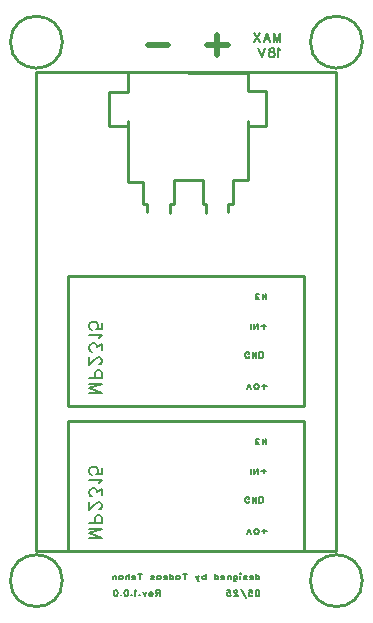
<source format=gbo>
G04 Layer: BottomSilkscreenLayer*
G04 EasyEDA Pro v2.2.36.7, 2025-07-16 21:13:32*
G04 Gerber Generator version 0.3*
G04 Scale: 100 percent, Rotated: No, Reflected: No*
G04 Dimensions in millimeters*
G04 Leading zeros omitted, absolute positions, 4 integers and 5 decimals*
%FSLAX45Y45*%
%MOMM*%
%ADD10C,0.1524*%
%ADD11C,0.508*%
%ADD12C,0.2032*%
%ADD13C,0.254*%
G75*


G04 Text Start*
G54D10*
G01X590804Y-2455164D02*
G01X590804Y-2503678D01*
G01X590804Y-2478278D02*
G01X595376Y-2473706D01*
G01X599948Y-2471420D01*
G01X607060Y-2471420D01*
G01X611632Y-2473706D01*
G01X616204Y-2478278D01*
G01X618490Y-2485136D01*
G01X618490Y-2489708D01*
G01X616204Y-2496566D01*
G01X611632Y-2501392D01*
G01X607060Y-2503678D01*
G01X599948Y-2503678D01*
G01X595376Y-2501392D01*
G01X590804Y-2496566D01*
G01X564388Y-2485136D02*
G01X536956Y-2485136D01*
G01X536956Y-2480564D01*
G01X539242Y-2475992D01*
G01X541528Y-2473706D01*
G01X546100Y-2471420D01*
G01X552958Y-2471420D01*
G01X557530Y-2473706D01*
G01X562102Y-2478278D01*
G01X564388Y-2485136D01*
G01X564388Y-2489708D01*
G01X562102Y-2496566D01*
G01X557530Y-2501392D01*
G01X552958Y-2503678D01*
G01X546100Y-2503678D01*
G01X541528Y-2501392D01*
G01X536956Y-2496566D01*
G01X485394Y-2478278D02*
G01X487680Y-2473706D01*
G01X494538Y-2471420D01*
G01X501396Y-2471420D01*
G01X508254Y-2473706D01*
G01X510540Y-2478278D01*
G01X508254Y-2482850D01*
G01X503682Y-2485136D01*
G01X492252Y-2487422D01*
G01X487680Y-2489708D01*
G01X485394Y-2494280D01*
G01X485394Y-2496566D01*
G01X487680Y-2501392D01*
G01X494538Y-2503678D01*
G01X501396Y-2503678D01*
G01X508254Y-2501392D01*
G01X510540Y-2496566D01*
G01X458978Y-2455164D02*
G01X456692Y-2457450D01*
G01X454406Y-2455164D01*
G01X456692Y-2452878D01*
G01X458978Y-2455164D01*
G01X456692Y-2471420D02*
G01X456692Y-2503678D01*
G01X400558Y-2471420D02*
G01X400558Y-2508250D01*
G01X402844Y-2515108D01*
G01X405130Y-2517394D01*
G01X409702Y-2519680D01*
G01X416560Y-2519680D01*
G01X421132Y-2517394D01*
G01X400558Y-2478278D02*
G01X405130Y-2473706D01*
G01X409702Y-2471420D01*
G01X416560Y-2471420D01*
G01X421132Y-2473706D01*
G01X425704Y-2478278D01*
G01X427990Y-2485136D01*
G01X427990Y-2489708D01*
G01X425704Y-2496566D01*
G01X421132Y-2501392D01*
G01X416560Y-2503678D01*
G01X409702Y-2503678D01*
G01X405130Y-2501392D01*
G01X400558Y-2496566D01*
G01X374142Y-2471420D02*
G01X374142Y-2503678D01*
G01X374142Y-2480564D02*
G01X367284Y-2473706D01*
G01X362712Y-2471420D01*
G01X355854Y-2471420D01*
G01X351282Y-2473706D01*
G01X348996Y-2480564D01*
G01X348996Y-2503678D01*
G01X322580Y-2485136D02*
G01X295148Y-2485136D01*
G01X295148Y-2480564D01*
G01X297434Y-2475992D01*
G01X299720Y-2473706D01*
G01X304292Y-2471420D01*
G01X311150Y-2471420D01*
G01X315722Y-2473706D01*
G01X320294Y-2478278D01*
G01X322580Y-2485136D01*
G01X322580Y-2489708D01*
G01X320294Y-2496566D01*
G01X315722Y-2501392D01*
G01X311150Y-2503678D01*
G01X304292Y-2503678D01*
G01X299720Y-2501392D01*
G01X295148Y-2496566D01*
G01X241300Y-2455164D02*
G01X241300Y-2503678D01*
G01X241300Y-2478278D02*
G01X245872Y-2473706D01*
G01X250444Y-2471420D01*
G01X257302Y-2471420D01*
G01X261874Y-2473706D01*
G01X266446Y-2478278D01*
G01X268732Y-2485136D01*
G01X268732Y-2489708D01*
G01X266446Y-2496566D01*
G01X261874Y-2501392D01*
G01X257302Y-2503678D01*
G01X250444Y-2503678D01*
G01X245872Y-2501392D01*
G01X241300Y-2496566D01*
G01X163322Y-2455164D02*
G01X163322Y-2503678D01*
G01X163322Y-2478278D02*
G01X158750Y-2473706D01*
G01X154178Y-2471420D01*
G01X147320Y-2471420D01*
G01X142748Y-2473706D01*
G01X138176Y-2478278D01*
G01X135890Y-2485136D01*
G01X135890Y-2489708D01*
G01X138176Y-2496566D01*
G01X142748Y-2501392D01*
G01X147320Y-2503678D01*
G01X154178Y-2503678D01*
G01X158750Y-2501392D01*
G01X163322Y-2496566D01*
G01X107188Y-2471420D02*
G01X93472Y-2503678D01*
G01X79756Y-2471420D02*
G01X93472Y-2503678D01*
G01X98044Y-2512822D01*
G01X102616Y-2517394D01*
G01X107188Y-2519680D01*
G01X109474Y-2519680D01*
G01X-14224Y-2455164D02*
G01X-14224Y-2503678D01*
G01X1778Y-2455164D02*
G01X-30226Y-2455164D01*
G01X-84074Y-2471420D02*
G01X-84074Y-2503678D01*
G01X-84074Y-2478278D02*
G01X-79502Y-2473706D01*
G01X-74930Y-2471420D01*
G01X-68072Y-2471420D01*
G01X-63500Y-2473706D01*
G01X-58928Y-2478278D01*
G01X-56642Y-2485136D01*
G01X-56642Y-2489708D01*
G01X-58928Y-2496566D01*
G01X-63500Y-2501392D01*
G01X-68072Y-2503678D01*
G01X-74930Y-2503678D01*
G01X-79502Y-2501392D01*
G01X-84074Y-2496566D01*
G01X-137922Y-2455164D02*
G01X-137922Y-2503678D01*
G01X-137922Y-2478278D02*
G01X-133350Y-2473706D01*
G01X-128778Y-2471420D01*
G01X-121920Y-2471420D01*
G01X-117348Y-2473706D01*
G01X-112776Y-2478278D01*
G01X-110490Y-2485136D01*
G01X-110490Y-2489708D01*
G01X-112776Y-2496566D01*
G01X-117348Y-2501392D01*
G01X-121920Y-2503678D01*
G01X-128778Y-2503678D01*
G01X-133350Y-2501392D01*
G01X-137922Y-2496566D01*
G01X-164338Y-2485136D02*
G01X-191770Y-2485136D01*
G01X-191770Y-2480564D01*
G01X-189484Y-2475992D01*
G01X-187198Y-2473706D01*
G01X-182626Y-2471420D01*
G01X-175768Y-2471420D01*
G01X-171196Y-2473706D01*
G01X-166624Y-2478278D01*
G01X-164338Y-2485136D01*
G01X-164338Y-2489708D01*
G01X-166624Y-2496566D01*
G01X-171196Y-2501392D01*
G01X-175768Y-2503678D01*
G01X-182626Y-2503678D01*
G01X-187198Y-2501392D01*
G01X-191770Y-2496566D01*
G01X-245618Y-2471420D02*
G01X-245618Y-2503678D01*
G01X-245618Y-2478278D02*
G01X-241046Y-2473706D01*
G01X-236474Y-2471420D01*
G01X-229616Y-2471420D01*
G01X-225044Y-2473706D01*
G01X-220472Y-2478278D01*
G01X-218186Y-2485136D01*
G01X-218186Y-2489708D01*
G01X-220472Y-2496566D01*
G01X-225044Y-2501392D01*
G01X-229616Y-2503678D01*
G01X-236474Y-2503678D01*
G01X-241046Y-2501392D01*
G01X-245618Y-2496566D01*
G01X-297180Y-2478278D02*
G01X-294894Y-2473706D01*
G01X-288036Y-2471420D01*
G01X-281178Y-2471420D01*
G01X-274320Y-2473706D01*
G01X-272034Y-2478278D01*
G01X-274320Y-2482850D01*
G01X-278892Y-2485136D01*
G01X-290322Y-2487422D01*
G01X-294894Y-2489708D01*
G01X-297180Y-2494280D01*
G01X-297180Y-2496566D01*
G01X-294894Y-2501392D01*
G01X-288036Y-2503678D01*
G01X-281178Y-2503678D01*
G01X-274320Y-2501392D01*
G01X-272034Y-2496566D01*
G01X-391160Y-2455164D02*
G01X-391160Y-2503678D01*
G01X-375158Y-2455164D02*
G01X-407162Y-2455164D01*
G01X-433578Y-2485136D02*
G01X-461010Y-2485136D01*
G01X-461010Y-2480564D01*
G01X-458724Y-2475992D01*
G01X-456438Y-2473706D01*
G01X-451866Y-2471420D01*
G01X-445008Y-2471420D01*
G01X-440436Y-2473706D01*
G01X-435864Y-2478278D01*
G01X-433578Y-2485136D01*
G01X-433578Y-2489708D01*
G01X-435864Y-2496566D01*
G01X-440436Y-2501392D01*
G01X-445008Y-2503678D01*
G01X-451866Y-2503678D01*
G01X-456438Y-2501392D01*
G01X-461010Y-2496566D01*
G01X-487426Y-2455164D02*
G01X-487426Y-2503678D01*
G01X-487426Y-2480564D02*
G01X-494284Y-2473706D01*
G01X-498856Y-2471420D01*
G01X-505714Y-2471420D01*
G01X-510286Y-2473706D01*
G01X-512572Y-2480564D01*
G01X-512572Y-2503678D01*
G01X-566420Y-2471420D02*
G01X-566420Y-2503678D01*
G01X-566420Y-2478278D02*
G01X-561848Y-2473706D01*
G01X-557276Y-2471420D01*
G01X-550418Y-2471420D01*
G01X-545846Y-2473706D01*
G01X-541274Y-2478278D01*
G01X-538988Y-2485136D01*
G01X-538988Y-2489708D01*
G01X-541274Y-2496566D01*
G01X-545846Y-2501392D01*
G01X-550418Y-2503678D01*
G01X-557276Y-2503678D01*
G01X-561848Y-2501392D01*
G01X-566420Y-2496566D01*
G01X-592836Y-2471420D02*
G01X-592836Y-2503678D01*
G01X-592836Y-2480564D02*
G01X-599694Y-2473706D01*
G01X-604266Y-2471420D01*
G01X-611124Y-2471420D01*
G01X-615696Y-2473706D01*
G01X-617982Y-2480564D01*
G01X-617982Y-2503678D01*
G01X604520Y-2594864D02*
G01X611378Y-2597150D01*
G01X615950Y-2604262D01*
G01X618236Y-2615692D01*
G01X618236Y-2622550D01*
G01X615950Y-2633980D01*
G01X611378Y-2641092D01*
G01X604520Y-2643378D01*
G01X599694Y-2643378D01*
G01X592836Y-2641092D01*
G01X588264Y-2633980D01*
G01X585978Y-2622550D01*
G01X585978Y-2615692D01*
G01X588264Y-2604262D01*
G01X592836Y-2597150D01*
G01X599694Y-2594864D01*
G01X604520Y-2594864D01*
G01X532130Y-2594864D02*
G01X554990Y-2594864D01*
G01X557276Y-2615692D01*
G01X554990Y-2613406D01*
G01X548132Y-2611120D01*
G01X541274Y-2611120D01*
G01X534416Y-2613406D01*
G01X529844Y-2617978D01*
G01X527558Y-2624836D01*
G01X527558Y-2629408D01*
G01X529844Y-2636266D01*
G01X534416Y-2641092D01*
G01X541274Y-2643378D01*
G01X548132Y-2643378D01*
G01X554990Y-2641092D01*
G01X557276Y-2638552D01*
G01X559562Y-2633980D01*
G01X459740Y-2585720D02*
G01X501142Y-2659380D01*
G01X431038Y-2606548D02*
G01X431038Y-2604262D01*
G01X428752Y-2599436D01*
G01X426466Y-2597150D01*
G01X421894Y-2594864D01*
G01X412750Y-2594864D01*
G01X408178Y-2597150D01*
G01X405892Y-2599436D01*
G01X403606Y-2604262D01*
G01X403606Y-2608834D01*
G01X405892Y-2613406D01*
G01X410464Y-2620264D01*
G01X433324Y-2643378D01*
G01X401320Y-2643378D01*
G01X347472Y-2594864D02*
G01X370332Y-2594864D01*
G01X372618Y-2615692D01*
G01X370332Y-2613406D01*
G01X363474Y-2611120D01*
G01X356616Y-2611120D01*
G01X349758Y-2613406D01*
G01X345186Y-2617978D01*
G01X342900Y-2624836D01*
G01X342900Y-2629408D01*
G01X345186Y-2636266D01*
G01X349758Y-2641092D01*
G01X356616Y-2643378D01*
G01X363474Y-2643378D01*
G01X370332Y-2641092D01*
G01X372618Y-2638552D01*
G01X374904Y-2633980D01*
G01X-226314Y-2594864D02*
G01X-226314Y-2643378D01*
G01X-226314Y-2594864D02*
G01X-247142Y-2594864D01*
G01X-254000Y-2597150D01*
G01X-256286Y-2599436D01*
G01X-258572Y-2604262D01*
G01X-258572Y-2608834D01*
G01X-256286Y-2613406D01*
G01X-254000Y-2615692D01*
G01X-247142Y-2617978D01*
G01X-226314Y-2617978D01*
G01X-242316Y-2617978D02*
G01X-258572Y-2643378D01*
G01X-284988Y-2624836D02*
G01X-312420Y-2624836D01*
G01X-312420Y-2620264D01*
G01X-310134Y-2615692D01*
G01X-307848Y-2613406D01*
G01X-303276Y-2611120D01*
G01X-296418Y-2611120D01*
G01X-291846Y-2613406D01*
G01X-287274Y-2617978D01*
G01X-284988Y-2624836D01*
G01X-284988Y-2629408D01*
G01X-287274Y-2636266D01*
G01X-291846Y-2641092D01*
G01X-296418Y-2643378D01*
G01X-303276Y-2643378D01*
G01X-307848Y-2641092D01*
G01X-312420Y-2636266D01*
G01X-338836Y-2611120D02*
G01X-352552Y-2643378D01*
G01X-366268Y-2611120D02*
G01X-352552Y-2643378D01*
G01X-394970Y-2631694D02*
G01X-392684Y-2633980D01*
G01X-394970Y-2636266D01*
G01X-397256Y-2633980D01*
G01X-394970Y-2631694D01*
G01X-423672Y-2604262D02*
G01X-428244Y-2601722D01*
G01X-435102Y-2594864D01*
G01X-435102Y-2643378D01*
G01X-463804Y-2631694D02*
G01X-461518Y-2633980D01*
G01X-463804Y-2636266D01*
G01X-466090Y-2633980D01*
G01X-463804Y-2631694D01*
G01X-506222Y-2594864D02*
G01X-499364Y-2597150D01*
G01X-494792Y-2604262D01*
G01X-492506Y-2615692D01*
G01X-492506Y-2622550D01*
G01X-494792Y-2633980D01*
G01X-499364Y-2641092D01*
G01X-506222Y-2643378D01*
G01X-510794Y-2643378D01*
G01X-517652Y-2641092D01*
G01X-522224Y-2633980D01*
G01X-524510Y-2622550D01*
G01X-524510Y-2615692D01*
G01X-522224Y-2604262D01*
G01X-517652Y-2597150D01*
G01X-510794Y-2594864D01*
G01X-506222Y-2594864D01*
G01X-553212Y-2631694D02*
G01X-550926Y-2633980D01*
G01X-553212Y-2636266D01*
G01X-555498Y-2633980D01*
G01X-553212Y-2631694D01*
G01X-595630Y-2594864D02*
G01X-588772Y-2597150D01*
G01X-584200Y-2604262D01*
G01X-581914Y-2615692D01*
G01X-581914Y-2622550D01*
G01X-584200Y-2633980D01*
G01X-588772Y-2641092D01*
G01X-595630Y-2643378D01*
G01X-600202Y-2643378D01*
G01X-607060Y-2641092D01*
G01X-611632Y-2633980D01*
G01X-613918Y-2622550D01*
G01X-613918Y-2615692D01*
G01X-611632Y-2604262D01*
G01X-607060Y-2597150D01*
G01X-600202Y-2594864D01*
G01X-595630Y-2594864D01*
G54D11*
G01X262636Y2104898D02*
G01X262636Y1933448D01*
G01X348488Y2019300D02*
G01X177038Y2019300D01*
G01X-156210Y2019300D02*
G01X-327660Y2019300D01*
G54D10*
G01X796925Y2120138D02*
G01X796925Y2046732D01*
G01X796925Y2120138D02*
G01X768985Y2046732D01*
G01X741045Y2120138D02*
G01X768985Y2046732D01*
G01X741045Y2120138D02*
G01X741045Y2046732D01*
G01X681101Y2120138D02*
G01X709041Y2046732D01*
G01X681101Y2120138D02*
G01X653161Y2046732D01*
G01X698627Y2071116D02*
G01X663575Y2071116D01*
G01X621157Y2120138D02*
G01X572135Y2046732D01*
G01X572135Y2120138D02*
G01X621157Y2046732D01*
G01X796925Y1979168D02*
G01X789813Y1982724D01*
G01X779399Y1993138D01*
G01X779399Y1919732D01*
G01X729869Y1993138D02*
G01X740283Y1989582D01*
G01X743839Y1982724D01*
G01X743839Y1975612D01*
G01X740283Y1968754D01*
G01X733425Y1965198D01*
G01X719455Y1961642D01*
G01X709041Y1958086D01*
G01X701929Y1951228D01*
G01X698373Y1944116D01*
G01X698373Y1933702D01*
G01X701929Y1926844D01*
G01X705485Y1923288D01*
G01X715899Y1919732D01*
G01X729869Y1919732D01*
G01X740283Y1923288D01*
G01X743839Y1926844D01*
G01X747395Y1933702D01*
G01X747395Y1944116D01*
G01X743839Y1951228D01*
G01X736981Y1958086D01*
G01X726313Y1961642D01*
G01X712343Y1965198D01*
G01X705485Y1968754D01*
G01X701929Y1975612D01*
G01X701929Y1982724D01*
G01X705485Y1989582D01*
G01X715899Y1993138D01*
G01X729869Y1993138D01*
G01X666369Y1993138D02*
G01X638429Y1919732D01*
G01X610489Y1993138D02*
G01X638429Y1919732D01*
G01X512318Y-894654D02*
G01X530860Y-846140D01*
G01X549148Y-894654D02*
G01X530860Y-846140D01*
G01X589280Y-894654D02*
G01X584708Y-892368D01*
G01X580136Y-887796D01*
G01X577850Y-882970D01*
G01X575564Y-876112D01*
G01X575564Y-864682D01*
G01X577850Y-857824D01*
G01X580136Y-853252D01*
G01X584708Y-848426D01*
G01X589280Y-846140D01*
G01X598424Y-846140D01*
G01X602996Y-848426D01*
G01X607568Y-853252D01*
G01X609854Y-857824D01*
G01X612394Y-864682D01*
G01X612394Y-876112D01*
G01X609854Y-882970D01*
G01X607568Y-887796D01*
G01X602996Y-892368D01*
G01X598424Y-894654D01*
G01X589280Y-894654D01*
G01X659384Y-887796D02*
G01X659384Y-846140D01*
G01X638810Y-866968D02*
G01X680212Y-866968D01*
G01X534162Y-616270D02*
G01X531876Y-621096D01*
G01X527304Y-625668D01*
G01X522732Y-627954D01*
G01X513334Y-627954D01*
G01X508762Y-625668D01*
G01X504190Y-621096D01*
G01X501904Y-616270D01*
G01X499618Y-609412D01*
G01X499618Y-597982D01*
G01X501904Y-591124D01*
G01X504190Y-586552D01*
G01X508762Y-581726D01*
G01X513334Y-579440D01*
G01X522732Y-579440D01*
G01X527304Y-581726D01*
G01X531876Y-586552D01*
G01X534162Y-591124D01*
G01X534162Y-597982D01*
G01X522732Y-597982D02*
G01X534162Y-597982D01*
G01X560578Y-627954D02*
G01X560578Y-579440D01*
G01X560578Y-627954D02*
G01X592582Y-579440D01*
G01X592582Y-627954D02*
G01X592582Y-579440D01*
G01X618998Y-627954D02*
G01X618998Y-579440D01*
G01X618998Y-627954D02*
G01X635000Y-627954D01*
G01X641858Y-625668D01*
G01X646430Y-621096D01*
G01X648716Y-616270D01*
G01X651002Y-609412D01*
G01X651002Y-597982D01*
G01X648716Y-591124D01*
G01X646430Y-586552D01*
G01X641858Y-581726D01*
G01X635000Y-579440D01*
G01X618998Y-579440D01*
G01X550418Y-386654D02*
G01X550418Y-338140D01*
G01X576834Y-386654D02*
G01X576834Y-338140D01*
G01X576834Y-386654D02*
G01X608838Y-338140D01*
G01X608838Y-386654D02*
G01X608838Y-338140D01*
G01X655828Y-379796D02*
G01X655828Y-338140D01*
G01X635254Y-358968D02*
G01X676656Y-358968D01*
G01X588518Y-132654D02*
G01X588518Y-84140D01*
G01X588518Y-132654D02*
G01X618490Y-132654D01*
G01X588518Y-109540D02*
G01X607060Y-109540D01*
G01X588518Y-84140D02*
G01X618490Y-84140D01*
G01X644906Y-132654D02*
G01X644906Y-84140D01*
G01X644906Y-132654D02*
G01X676910Y-84140D01*
G01X676910Y-132654D02*
G01X676910Y-84140D01*
G54D12*
G01X-717042Y-926658D02*
G01X-821690Y-926658D01*
G01X-717042Y-926658D02*
G01X-821690Y-886780D01*
G01X-717042Y-846902D02*
G01X-821690Y-886780D01*
G01X-717042Y-846902D02*
G01X-821690Y-846902D01*
G01X-717042Y-802706D02*
G01X-821690Y-802706D01*
G01X-717042Y-802706D02*
G01X-717042Y-757748D01*
G01X-722122Y-742762D01*
G01X-726948Y-737682D01*
G01X-737108Y-732856D01*
G01X-751840Y-732856D01*
G01X-762000Y-737682D01*
G01X-766826Y-742762D01*
G01X-771906Y-757748D01*
G01X-771906Y-802706D01*
G01X-741934Y-683580D02*
G01X-737108Y-683580D01*
G01X-726948Y-678500D01*
G01X-722122Y-673674D01*
G01X-717042Y-663514D01*
G01X-717042Y-643702D01*
G01X-722122Y-633796D01*
G01X-726948Y-628716D01*
G01X-737108Y-623636D01*
G01X-747014Y-623636D01*
G01X-756920Y-628716D01*
G01X-771906Y-638622D01*
G01X-821690Y-688660D01*
G01X-821690Y-618810D01*
G01X-717042Y-564454D02*
G01X-717042Y-509590D01*
G01X-756920Y-539562D01*
G01X-756920Y-524576D01*
G01X-762000Y-514670D01*
G01X-766826Y-509590D01*
G01X-781812Y-504764D01*
G01X-791972Y-504764D01*
G01X-806958Y-509590D01*
G01X-816864Y-519750D01*
G01X-821690Y-534736D01*
G01X-821690Y-549468D01*
G01X-816864Y-564454D01*
G01X-811784Y-569534D01*
G01X-801878Y-574614D01*
G01X-737108Y-460568D02*
G01X-732028Y-450408D01*
G01X-717042Y-435422D01*
G01X-821690Y-435422D01*
G01X-717042Y-331282D02*
G01X-717042Y-381066D01*
G01X-762000Y-386146D01*
G01X-756920Y-381066D01*
G01X-751840Y-366080D01*
G01X-751840Y-351348D01*
G01X-756920Y-336362D01*
G01X-766826Y-326202D01*
G01X-781812Y-321376D01*
G01X-791972Y-321376D01*
G01X-806958Y-326202D01*
G01X-816864Y-336362D01*
G01X-821690Y-351348D01*
G01X-821690Y-366080D01*
G01X-816864Y-381066D01*
G01X-811784Y-386146D01*
G01X-801878Y-391226D01*
G54D10*
G01X512318Y-2121728D02*
G01X530860Y-2073214D01*
G01X549148Y-2121728D02*
G01X530860Y-2073214D01*
G01X589280Y-2121728D02*
G01X584708Y-2119442D01*
G01X580136Y-2114870D01*
G01X577850Y-2110044D01*
G01X575564Y-2103186D01*
G01X575564Y-2091756D01*
G01X577850Y-2084898D01*
G01X580136Y-2080326D01*
G01X584708Y-2075500D01*
G01X589280Y-2073214D01*
G01X598424Y-2073214D01*
G01X602996Y-2075500D01*
G01X607568Y-2080326D01*
G01X609854Y-2084898D01*
G01X612394Y-2091756D01*
G01X612394Y-2103186D01*
G01X609854Y-2110044D01*
G01X607568Y-2114870D01*
G01X602996Y-2119442D01*
G01X598424Y-2121728D01*
G01X589280Y-2121728D01*
G01X659384Y-2114870D02*
G01X659384Y-2073214D01*
G01X638810Y-2094042D02*
G01X680212Y-2094042D01*
G01X534162Y-1843344D02*
G01X531876Y-1848170D01*
G01X527304Y-1852742D01*
G01X522732Y-1855028D01*
G01X513334Y-1855028D01*
G01X508762Y-1852742D01*
G01X504190Y-1848170D01*
G01X501904Y-1843344D01*
G01X499618Y-1836486D01*
G01X499618Y-1825056D01*
G01X501904Y-1818198D01*
G01X504190Y-1813626D01*
G01X508762Y-1808800D01*
G01X513334Y-1806514D01*
G01X522732Y-1806514D01*
G01X527304Y-1808800D01*
G01X531876Y-1813626D01*
G01X534162Y-1818198D01*
G01X534162Y-1825056D01*
G01X522732Y-1825056D02*
G01X534162Y-1825056D01*
G01X560578Y-1855028D02*
G01X560578Y-1806514D01*
G01X560578Y-1855028D02*
G01X592582Y-1806514D01*
G01X592582Y-1855028D02*
G01X592582Y-1806514D01*
G01X618998Y-1855028D02*
G01X618998Y-1806514D01*
G01X618998Y-1855028D02*
G01X635000Y-1855028D01*
G01X641858Y-1852742D01*
G01X646430Y-1848170D01*
G01X648716Y-1843344D01*
G01X651002Y-1836486D01*
G01X651002Y-1825056D01*
G01X648716Y-1818198D01*
G01X646430Y-1813626D01*
G01X641858Y-1808800D01*
G01X635000Y-1806514D01*
G01X618998Y-1806514D01*
G01X550418Y-1613728D02*
G01X550418Y-1565214D01*
G01X576834Y-1613728D02*
G01X576834Y-1565214D01*
G01X576834Y-1613728D02*
G01X608838Y-1565214D01*
G01X608838Y-1613728D02*
G01X608838Y-1565214D01*
G01X655828Y-1606870D02*
G01X655828Y-1565214D01*
G01X635254Y-1586042D02*
G01X676656Y-1586042D01*
G01X588518Y-1359728D02*
G01X588518Y-1311214D01*
G01X588518Y-1359728D02*
G01X618490Y-1359728D01*
G01X588518Y-1336614D02*
G01X607060Y-1336614D01*
G01X588518Y-1311214D02*
G01X618490Y-1311214D01*
G01X644906Y-1359728D02*
G01X644906Y-1311214D01*
G01X644906Y-1359728D02*
G01X676910Y-1311214D01*
G01X676910Y-1359728D02*
G01X676910Y-1311214D01*
G54D12*
G01X-717042Y-2153732D02*
G01X-821690Y-2153732D01*
G01X-717042Y-2153732D02*
G01X-821690Y-2113854D01*
G01X-717042Y-2073976D02*
G01X-821690Y-2113854D01*
G01X-717042Y-2073976D02*
G01X-821690Y-2073976D01*
G01X-717042Y-2029780D02*
G01X-821690Y-2029780D01*
G01X-717042Y-2029780D02*
G01X-717042Y-1984822D01*
G01X-722122Y-1969836D01*
G01X-726948Y-1964756D01*
G01X-737108Y-1959930D01*
G01X-751840Y-1959930D01*
G01X-762000Y-1964756D01*
G01X-766826Y-1969836D01*
G01X-771906Y-1984822D01*
G01X-771906Y-2029780D01*
G01X-741934Y-1910654D02*
G01X-737108Y-1910654D01*
G01X-726948Y-1905574D01*
G01X-722122Y-1900748D01*
G01X-717042Y-1890588D01*
G01X-717042Y-1870776D01*
G01X-722122Y-1860870D01*
G01X-726948Y-1855790D01*
G01X-737108Y-1850710D01*
G01X-747014Y-1850710D01*
G01X-756920Y-1855790D01*
G01X-771906Y-1865696D01*
G01X-821690Y-1915734D01*
G01X-821690Y-1845884D01*
G01X-717042Y-1791528D02*
G01X-717042Y-1736664D01*
G01X-756920Y-1766636D01*
G01X-756920Y-1751650D01*
G01X-762000Y-1741744D01*
G01X-766826Y-1736664D01*
G01X-781812Y-1731838D01*
G01X-791972Y-1731838D01*
G01X-806958Y-1736664D01*
G01X-816864Y-1746824D01*
G01X-821690Y-1761810D01*
G01X-821690Y-1776542D01*
G01X-816864Y-1791528D01*
G01X-811784Y-1796608D01*
G01X-801878Y-1801688D01*
G01X-737108Y-1687642D02*
G01X-732028Y-1677482D01*
G01X-717042Y-1662496D01*
G01X-821690Y-1662496D01*
G01X-717042Y-1558356D02*
G01X-717042Y-1608140D01*
G01X-762000Y-1613220D01*
G01X-756920Y-1608140D01*
G01X-751840Y-1593154D01*
G01X-751840Y-1578422D01*
G01X-756920Y-1563436D01*
G01X-766826Y-1553276D01*
G01X-781812Y-1548450D01*
G01X-791972Y-1548450D01*
G01X-806958Y-1553276D01*
G01X-816864Y-1563436D01*
G01X-821690Y-1578422D01*
G01X-821690Y-1593154D01*
G01X-816864Y-1608140D01*
G01X-811784Y-1613220D01*
G01X-801878Y-1618300D01*
G04 Text End*

G04 PolygonModel Start*
G54D13*
G01X-495313Y1626677D02*
G01X-492265Y1793555D01*
G01X-492265Y1793555D02*
G01X520687Y1787713D01*
G01X520687Y1787713D02*
G01X520687Y1633535D01*
G01X-139700Y597596D02*
G01X-139700Y673796D01*
G01X-139700Y673796D02*
G01X-101600Y673796D01*
G01X-101600Y673796D02*
G01X-101600Y876996D01*
G01X-101600Y876996D02*
G01X139700Y876996D01*
G01X139700Y876996D02*
G01X139700Y673796D01*
G01X139700Y673796D02*
G01X165100Y673796D01*
G01X165100Y673796D02*
G01X165100Y597596D01*
G01X355600Y610296D02*
G01X355600Y673796D01*
G01X355600Y673796D02*
G01X393700Y673796D01*
G01X393700Y673796D02*
G01X393700Y876996D01*
G01X393700Y876996D02*
G01X520700Y876996D01*
G01X520700Y876996D02*
G01X520687Y973897D01*
G01X-330200Y610296D02*
G01X-330200Y673796D01*
G01X-330200Y673796D02*
G01X-368300Y673796D01*
G01X-368300Y673796D02*
G01X-368300Y864296D01*
G01X-368300Y864296D02*
G01X-495300Y864296D01*
G01X-495300Y864296D02*
G01X-495313Y973897D01*
G01X520687Y1373589D02*
G01X520687Y973897D01*
G01X-495313Y1373589D02*
G01X-495313Y973897D01*
G01X677687Y1334529D02*
G01X677687Y1633606D01*
G01X-652313Y1337069D02*
G01X-652313Y1626629D01*
G01X520687Y1633606D02*
G01X677687Y1633606D01*
G01X-652313Y1626629D02*
G01X-495313Y1626629D01*
G01X520687Y1334529D02*
G01X677687Y1334529D01*
G01X-652313Y1337069D02*
G01X-495313Y1337069D01*
G01X999998Y-1038418D02*
G01X999998Y61580D01*
G01X999998Y61580D02*
G01X-999998Y61580D01*
G01X-999998Y61580D02*
G01X-999998Y-1038418D01*
G01X-999998Y-1038418D02*
G01X999998Y-1038418D01*
G01X999998Y-2265492D02*
G01X999998Y-1165494D01*
G01X999998Y-1165494D02*
G01X-999998Y-1165494D01*
G01X-999998Y-1165494D02*
G01X-999998Y-2265492D01*
G01X-999998Y-2265492D02*
G01X999998Y-2265492D01*

G04 Rect Start*
G01X1270000Y1794469D02*
G01X1270000Y-2265517D01*
G01X-1270000Y-2265517D01*
G01X-1270000Y1794469D01*
G01X1270000Y1794469D01*
G04 Rect End*

G04 Circle Start*
G01X-1490000Y2044700D02*
G03X-1050000Y2044700I220000J0D01*
G03X-1490000Y2044700I-220000J0D01*
G01X1050000Y2044700D02*
G03X1490000Y2044700I220000J0D01*
G03X1050000Y2044700I-220000J0D01*
G01X1050000Y-2514600D02*
G03X1490000Y-2514600I220000J0D01*
G03X1050000Y-2514600I-220000J0D01*
G01X-1490000Y-2514600D02*
G03X-1050000Y-2514600I220000J0D01*
G03X-1490000Y-2514600I-220000J0D01*
G04 Circle End*

M02*


</source>
